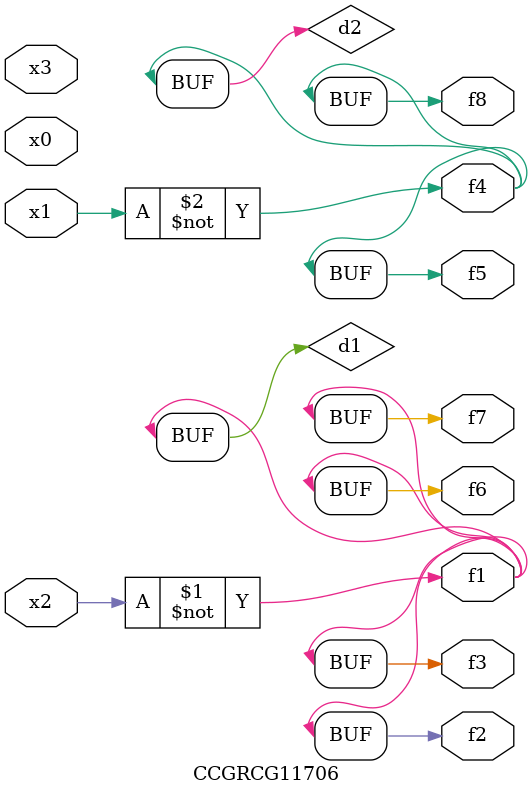
<source format=v>
module CCGRCG11706(
	input x0, x1, x2, x3,
	output f1, f2, f3, f4, f5, f6, f7, f8
);

	wire d1, d2;

	xnor (d1, x2);
	not (d2, x1);
	assign f1 = d1;
	assign f2 = d1;
	assign f3 = d1;
	assign f4 = d2;
	assign f5 = d2;
	assign f6 = d1;
	assign f7 = d1;
	assign f8 = d2;
endmodule

</source>
